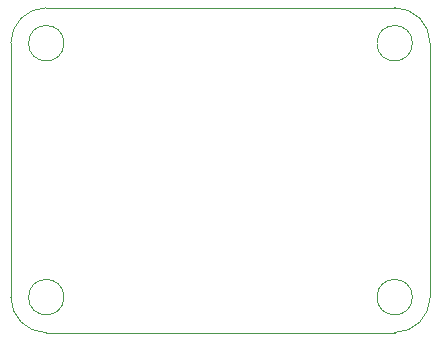
<source format=gbr>
%TF.GenerationSoftware,KiCad,Pcbnew,9.0.3*%
%TF.CreationDate,2025-07-21T23:12:44+12:00*%
%TF.ProjectId,SPI-POWER-INJECTOR,5350492d-504f-4574-9552-2d494e4a4543,rev?*%
%TF.SameCoordinates,Original*%
%TF.FileFunction,Profile,NP*%
%FSLAX46Y46*%
G04 Gerber Fmt 4.6, Leading zero omitted, Abs format (unit mm)*
G04 Created by KiCad (PCBNEW 9.0.3) date 2025-07-21 23:12:44*
%MOMM*%
%LPD*%
G01*
G04 APERTURE LIST*
%TA.AperFunction,Profile*%
%ADD10C,0.050000*%
%TD*%
G04 APERTURE END LIST*
D10*
X137500000Y-75500000D02*
X167000000Y-75500000D01*
X137500000Y-103000000D02*
G75*
G02*
X134500000Y-100000000I0J3000000D01*
G01*
X134500000Y-100000000D02*
X134500000Y-78500000D01*
X168500000Y-78500000D02*
G75*
G02*
X165500000Y-78500000I-1500000J0D01*
G01*
X165500000Y-78500000D02*
G75*
G02*
X168500000Y-78500000I1500000J0D01*
G01*
X167000000Y-75500000D02*
G75*
G02*
X170000000Y-78500000I0J-3000000D01*
G01*
X170000000Y-100000000D02*
G75*
G02*
X167000000Y-103000000I-3000000J0D01*
G01*
X139000000Y-100000000D02*
G75*
G02*
X136000000Y-100000000I-1500000J0D01*
G01*
X136000000Y-100000000D02*
G75*
G02*
X139000000Y-100000000I1500000J0D01*
G01*
X167000000Y-103000000D02*
X137500000Y-103000000D01*
X170000000Y-78500000D02*
X170000000Y-100000000D01*
X134500000Y-78500000D02*
G75*
G02*
X137500000Y-75500000I3000000J0D01*
G01*
X168500000Y-100000000D02*
G75*
G02*
X165500000Y-100000000I-1500000J0D01*
G01*
X165500000Y-100000000D02*
G75*
G02*
X168500000Y-100000000I1500000J0D01*
G01*
X139000000Y-78500000D02*
G75*
G02*
X136000000Y-78500000I-1500000J0D01*
G01*
X136000000Y-78500000D02*
G75*
G02*
X139000000Y-78500000I1500000J0D01*
G01*
M02*

</source>
